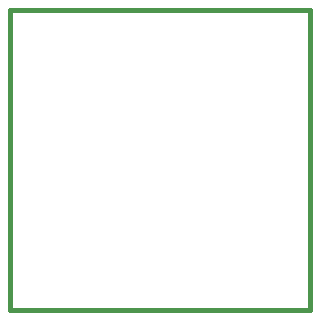
<source format=gbr>
G04 (created by PCBNEW-RS274X (2012-apr-16-27)-stable) date Thu 24 Jul 2014 05:04:11 PM PDT*
G01*
G70*
G90*
%MOIN*%
G04 Gerber Fmt 3.4, Leading zero omitted, Abs format*
%FSLAX34Y34*%
G04 APERTURE LIST*
%ADD10C,0.006000*%
%ADD11C,0.015000*%
G04 APERTURE END LIST*
G54D10*
G54D11*
X30000Y-20000D02*
X30000Y-30000D01*
X20000Y-30000D02*
X30000Y-30000D01*
X20000Y-20000D02*
X20000Y-30000D01*
X20000Y-20000D02*
X30000Y-20000D01*
M02*

</source>
